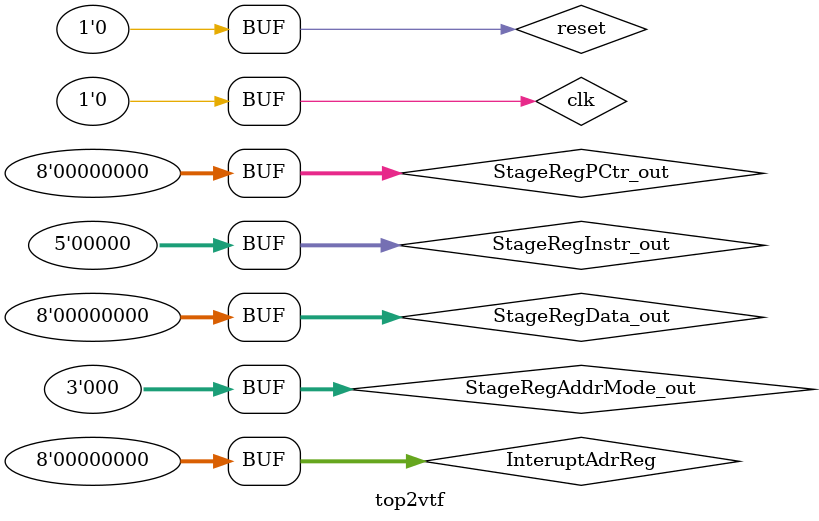
<source format=v>
`timescale 1ns / 1ps


module top2vtf;

	// Inputs
	reg [4:0] StageRegInstr_out;
	reg [2:0] StageRegAddrMode_out;
	reg [7:0] StageRegData_out;
	reg [7:0] StageRegPCtr_out;
	reg clk;
	reg reset;
	reg [7:0] InteruptAdrReg;

	// Outputs
	wire [7:0] ACCout;
	wire coutRegout;
	wire zeroRegout;
	wire overflowRegout;
	wire [7:0] NextPctr;
	wire StageComplete;

	// Instantiate the Unit Under Test (UUT)
	topMod uut (
		.StageRegInstr_out(StageRegInstr_out), 
		.StageRegAddrMode_out(StageRegAddrMode_out), 
		.StageRegData_out(StageRegData_out), 
		.StageRegPCtr_out(StageRegPCtr_out), 
		.clk(clk), 
		.reset(reset), 
		.ACCout(ACCout), 
		.coutRegout(coutRegout), 
		.zeroRegout(zeroRegout), 
		.overflowRegout(overflowRegout), 
		.NextPctr(NextPctr), 
		.StageComplete(StageComplete), 
		.InteruptAdrReg(InteruptAdrReg)
	);

	initial begin
		// Initialize Inputs
		StageRegInstr_out = 0;
		StageRegAddrMode_out = 0;
		StageRegData_out = 0;
		StageRegPCtr_out = 0;
		clk = 0;
		reset = 0;
		InteruptAdrReg = 0;

		// Wait 100 ns for global reset to finish
		#100;
        
		// Add stimulus here

	end
      
endmodule


</source>
